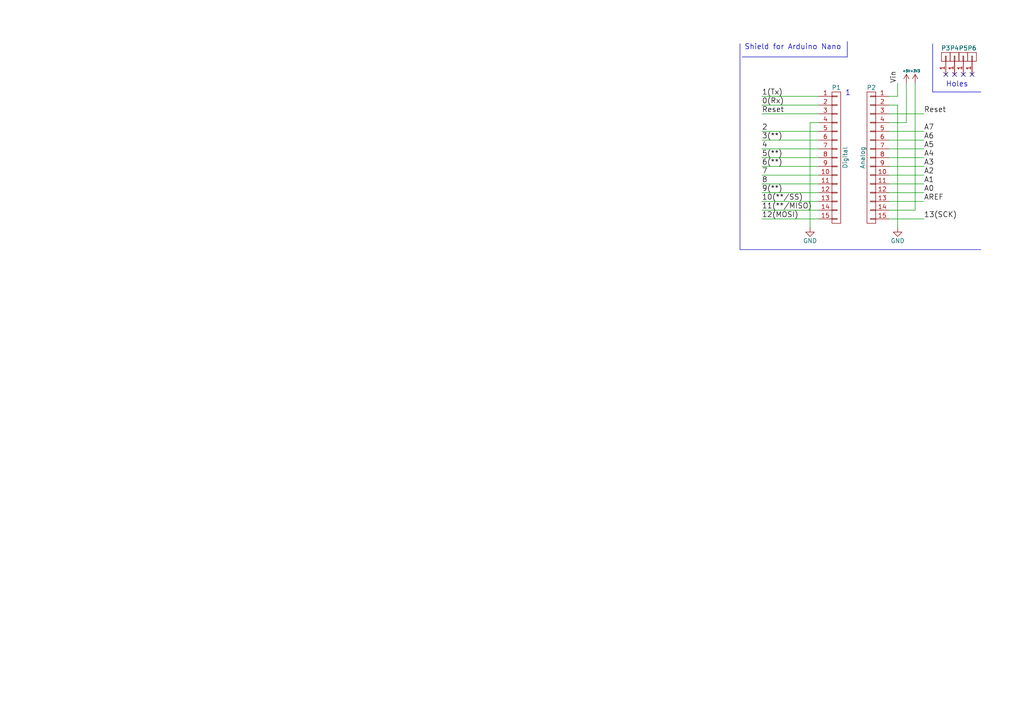
<source format=kicad_sch>
(kicad_sch (version 20230121) (generator eeschema)
  (paper "A4")
  (title_block (date "jeu. 02 avril 2015"))
  (lib_symbols
    (symbol "Arduino_Nano-rescue:+3.3V" (power) (pin_names (offset 0))
      (property "Value" "+3.3V" (at 0 3.556 0))
      (symbol "+3.3V_0_1"
        (polyline (pts (xy -0.762 1.27) (xy 0 2.54)))
        (polyline (pts (xy 0 0) (xy 0 2.54)))
        (polyline (pts (xy 0 2.54) (xy 0.762 1.27)))
      )
      (symbol "+3.3V_1_1"
        (pin power_in line (at 0 0 90) (length 0) hide (name "+3V3") (number "1"))
      )
    )
    (symbol "Arduino_Nano-rescue:+5V" (power) (pin_names (offset 0))
      (property "Value" "+5V" (at 0 3.556 0))
      (symbol "+5V_0_1"
        (polyline (pts (xy -0.762 1.27) (xy 0 2.54)))
        (polyline (pts (xy 0 0) (xy 0 2.54)))
        (polyline (pts (xy 0 2.54) (xy 0.762 1.27)))
      )
      (symbol "+5V_1_1"
        (pin power_in line (at 0 0 90) (length 0) hide (name "+5V") (number "1"))
      )
    )
    (symbol "Arduino_Nano-rescue:CONN_01X01" (pin_names (offset 1.016) hide)
      (property "Reference" "P" (at 0 2.54 0))
      (property "Value" "CONN_01X01" (at 2.54 0 90))
      (symbol "CONN_01X01_0_1"
        (rectangle (start -1.27 0.127) (end 0.254 -0.127))
        (rectangle (start -1.27 1.27) (end 1.27 -1.27))
      )
      (symbol "CONN_01X01_1_1"
        (pin passive line (at -5.08 0 0) (length 3.81) (name "P1") (number "1"))
      )
    )
    (symbol "Arduino_Nano-rescue:CONN_01X15" (pin_names (offset 1.016) hide)
      (property "Reference" "P" (at 0 20.32 0))
      (property "Value" "CONN_01X15" (at 2.54 0 90))
      (symbol "CONN_01X15_0_1"
        (rectangle (start -1.27 -17.653) (end 0.254 -17.907))
        (rectangle (start -1.27 -15.113) (end 0.254 -15.367))
        (rectangle (start -1.27 -12.573) (end 0.254 -12.827))
        (rectangle (start -1.27 -10.033) (end 0.254 -10.287))
        (rectangle (start -1.27 -7.493) (end 0.254 -7.747))
        (rectangle (start -1.27 -4.953) (end 0.254 -5.207))
        (rectangle (start -1.27 -2.413) (end 0.254 -2.667))
        (rectangle (start -1.27 0.127) (end 0.254 -0.127))
        (rectangle (start -1.27 2.667) (end 0.254 2.413))
        (rectangle (start -1.27 5.207) (end 0.254 4.953))
        (rectangle (start -1.27 7.747) (end 0.254 7.493))
        (rectangle (start -1.27 10.287) (end 0.254 10.033))
        (rectangle (start -1.27 12.827) (end 0.254 12.573))
        (rectangle (start -1.27 15.367) (end 0.254 15.113))
        (rectangle (start -1.27 17.907) (end 0.254 17.653))
        (rectangle (start -1.27 19.05) (end 1.27 -19.05))
      )
      (symbol "CONN_01X15_1_1"
        (pin passive line (at -5.08 17.78 0) (length 3.81) (name "P1") (number "1"))
        (pin passive line (at -5.08 -5.08 0) (length 3.81) (name "P10") (number "10"))
        (pin passive line (at -5.08 -7.62 0) (length 3.81) (name "P11") (number "11"))
        (pin passive line (at -5.08 -10.16 0) (length 3.81) (name "P12") (number "12"))
        (pin passive line (at -5.08 -12.7 0) (length 3.81) (name "P13") (number "13"))
        (pin passive line (at -5.08 -15.24 0) (length 3.81) (name "P14") (number "14"))
        (pin passive line (at -5.08 -17.78 0) (length 3.81) (name "P15") (number "15"))
        (pin passive line (at -5.08 15.24 0) (length 3.81) (name "P2") (number "2"))
        (pin passive line (at -5.08 12.7 0) (length 3.81) (name "P3") (number "3"))
        (pin passive line (at -5.08 10.16 0) (length 3.81) (name "P4") (number "4"))
        (pin passive line (at -5.08 7.62 0) (length 3.81) (name "P5") (number "5"))
        (pin passive line (at -5.08 5.08 0) (length 3.81) (name "P6") (number "6"))
        (pin passive line (at -5.08 2.54 0) (length 3.81) (name "P7") (number "7"))
        (pin passive line (at -5.08 0 0) (length 3.81) (name "P8") (number "8"))
        (pin passive line (at -5.08 -2.54 0) (length 3.81) (name "P9") (number "9"))
      )
    )
    (symbol "Arduino_Nano-rescue:GND" (power) (pin_names (offset 0))
      (property "Value" "GND" (at 0 -3.81 0))
      (symbol "GND_0_1"
        (polyline (pts (xy 0 0) (xy 0 -1.27) (xy 1.27 -1.27) (xy 0 -2.54) (xy -1.27 -1.27) (xy 0 -1.27)))
      )
      (symbol "GND_1_1"
        (pin power_in line (at 0 0 270) (length 0) hide (name "GND") (number "1"))
      )
    )
  )
  (no_connect (at 279.4 21.59))
  (no_connect (at 274.32 21.59))
  (no_connect (at 276.86 21.59))
  (no_connect (at 281.94 21.59))
  (wire (pts (xy 267.97 50.8) (xy 257.81 50.8)))
  (polyline (pts (xy 215.265 16.51) (xy 245.745 16.51)))
  (wire (pts (xy 237.49 27.94) (xy 220.98 27.94)))
  (polyline (pts (xy 214.63 72.39) (xy 214.63 12.7)))
  (wire (pts (xy 265.43 60.96) (xy 257.81 60.96)))
  (wire (pts (xy 237.49 60.96) (xy 220.98 60.96)))
  (wire (pts (xy 257.81 45.72) (xy 267.97 45.72)))
  (wire (pts (xy 257.81 27.94) (xy 260.35 27.94)))
  (wire (pts (xy 267.97 43.18) (xy 257.81 43.18)))
  (wire (pts (xy 220.98 63.5) (xy 237.49 63.5)))
  (wire (pts (xy 220.98 30.48) (xy 237.49 30.48)))
  (wire (pts (xy 237.49 40.64) (xy 220.98 40.64)))
  (wire (pts (xy 260.35 27.94) (xy 260.35 24.13)))
  (wire (pts (xy 220.98 38.1) (xy 237.49 38.1)))
  (wire (pts (xy 267.97 33.02) (xy 257.81 33.02)))
  (wire (pts (xy 237.49 55.88) (xy 220.98 55.88)))
  (wire (pts (xy 265.43 24.13) (xy 265.43 60.96)))
  (polyline (pts (xy 284.48 72.39) (xy 214.63 72.39)))
  (wire (pts (xy 260.35 66.04) (xy 260.35 30.48)))
  (polyline (pts (xy 284.48 26.67) (xy 270.51 26.67)))
  (wire (pts (xy 267.97 40.64) (xy 257.81 40.64)))
  (wire (pts (xy 237.49 50.8) (xy 220.98 50.8)))
  (wire (pts (xy 220.98 53.34) (xy 237.49 53.34)))
  (wire (pts (xy 267.97 55.88) (xy 257.81 55.88)))
  (wire (pts (xy 237.49 35.56) (xy 234.95 35.56)))
  (wire (pts (xy 267.97 58.42) (xy 257.81 58.42)))
  (wire (pts (xy 267.97 48.26) (xy 257.81 48.26)))
  (wire (pts (xy 257.81 63.5) (xy 267.97 63.5)))
  (wire (pts (xy 262.89 24.13) (xy 262.89 35.56)))
  (wire (pts (xy 257.81 53.34) (xy 267.97 53.34)))
  (wire (pts (xy 257.81 38.1) (xy 267.97 38.1)))
  (polyline (pts (xy 245.745 16.51) (xy 245.745 12.065)))
  (wire (pts (xy 220.98 43.18) (xy 237.49 43.18)))
  (wire (pts (xy 262.89 35.56) (xy 257.81 35.56)))
  (wire (pts (xy 260.35 30.48) (xy 257.81 30.48)))
  (wire (pts (xy 234.95 35.56) (xy 234.95 66.04)))
  (wire (pts (xy 220.98 48.26) (xy 237.49 48.26)))
  (wire (pts (xy 237.49 45.72) (xy 220.98 45.72)))
  (polyline (pts (xy 270.51 26.67) (xy 270.51 12.7)))
  (wire (pts (xy 220.98 58.42) (xy 237.49 58.42)))
  (wire (pts (xy 237.49 33.02) (xy 220.98 33.02)))
  (text "1" (at 245.11 27.94 0) (effects (font (size 1.524 1.524)) (justify left bottom)))
  (text "Holes" (at 274.32 25.4 0) (effects (font (size 1.524 1.524)) (justify left bottom)))
  (text "Shield for Arduino Nano" (at 215.9 14.605 0) (effects (font (size 1.524 1.524)) (justify left bottom)))
  (label "A7" (at 267.97 38.1 0) (effects (font (size 1.524 1.524))))
  (label "A0" (at 267.97 55.88 0) (effects (font (size 1.524 1.524))))
  (label "0(Rx)" (at 220.98 30.48 0) (effects (font (size 1.524 1.524))))
  (label "11(**/MISO)" (at 220.98 60.96 0) (effects (font (size 1.524 1.524))))
  (label "6(**)" (at 220.98 48.26 0) (effects (font (size 1.524 1.524))))
  (label "13(SCK)" (at 267.97 63.5 0) (effects (font (size 1.524 1.524))))
  (label "Reset" (at 267.97 33.02 0) (effects (font (size 1.524 1.524))))
  (label "9(**)" (at 220.98 55.88 0) (effects (font (size 1.524 1.524))))
  (label "1(Tx)" (at 220.98 27.94 0) (effects (font (size 1.524 1.524))))
  (label "7" (at 220.98 50.8 0) (effects (font (size 1.524 1.524))))
  (label "A2" (at 267.97 50.8 0) (effects (font (size 1.524 1.524))))
  (label "A3" (at 267.97 48.26 0) (effects (font (size 1.524 1.524))))
  (label "2" (at 220.98 38.1 0) (effects (font (size 1.524 1.524))))
  (label "A4" (at 267.97 45.72 0) (effects (font (size 1.524 1.524))))
  (label "3(**)" (at 220.98 40.64 0) (effects (font (size 1.524 1.524))))
  (label "A5" (at 267.97 43.18 0) (effects (font (size 1.524 1.524))))
  (label "4" (at 220.98 43.18 0) (effects (font (size 1.524 1.524))))
  (label "A1" (at 267.97 53.34 0) (effects (font (size 1.524 1.524))))
  (label "A6" (at 267.97 40.64 0) (effects (font (size 1.524 1.524))))
  (label "Reset" (at 220.98 33.02 0) (effects (font (size 1.524 1.524))))
  (label "12(MOSI)" (at 220.98 63.5 0) (effects (font (size 1.524 1.524))))
  (label "AREF" (at 267.97 58.42 0) (effects (font (size 1.524 1.524))))
  (label "8" (at 220.98 53.34 0) (effects (font (size 1.524 1.524))))
  (label "10(**/SS)" (at 220.98 58.42 0) (effects (font (size 1.524 1.524))))
  (label "5(**)" (at 220.98 45.72 0) (effects (font (size 1.524 1.524))))
  (label "Vin" (at 260.35 24.13 90) (effects (font (size 1.524 1.524))))
  (symbol (lib_id "Arduino_Nano-rescue:CONN_01X01") (at 274.32 16.51 90) (unit 1)
    (property "Reference" "P3" (at 274.32 13.97 90))
    (property "Value" "CONN_01X01" (effects hide))
    (property "Footprint" "Socket_Arduino_Nano:1pin_Nano" (effects hide))
  )
  (symbol (lib_id "Arduino_Nano-rescue:CONN_01X01") (at 276.86 16.51 90) (unit 1)
    (property "Reference" "P4" (at 276.86 13.97 90))
    (property "Value" "CONN_01X01" (effects hide))
    (property "Footprint" "Socket_Arduino_Nano:1pin_Nano" (effects hide))
  )
  (symbol (lib_id "Arduino_Nano-rescue:CONN_01X01") (at 279.4 16.51 90) (unit 1)
    (property "Reference" "P5" (at 279.4 13.97 90))
    (property "Value" "CONN_01X01" (effects hide))
    (property "Footprint" "Socket_Arduino_Nano:1pin_Nano" (effects hide))
  )
  (symbol (lib_id "Arduino_Nano-rescue:CONN_01X01") (at 281.94 16.51 90) (unit 1)
    (property "Reference" "P6" (at 281.94 13.97 90))
    (property "Value" "CONN_01X01" (effects hide))
    (property "Footprint" "Socket_Arduino_Nano:1pin_Nano" (effects hide))
  )
  (symbol (lib_id "Arduino_Nano-rescue:CONN_01X15") (at 242.57 45.72 0) (unit 1)
    (property "Reference" "P1" (at 242.57 25.4 0))
    (property "Value" "Digital" (at 245.11 45.72 90))
    (property "Footprint" "Socket_Arduino_Nano:Socket_Strip_Arduino_1x15" (effects hide))
  )
  (symbol (lib_id "Arduino_Nano-rescue:CONN_01X15") (at 252.73 45.72 0) (mirror y) (unit 1)
    (property "Reference" "P2" (at 252.73 25.4 0))
    (property "Value" "Analog" (at 250.19 45.72 90))
    (property "Footprint" "Socket_Arduino_Nano:Socket_Strip_Arduino_1x15" (effects hide))
  )
  (symbol (lib_id "Arduino_Nano-rescue:GND") (at 234.95 66.04 0) (unit 1)
    (property "Reference" "#PWR01" (effects hide))
    (property "Value" "GND" (at 234.95 69.85 0))
  )
  (symbol (lib_id "Arduino_Nano-rescue:GND") (at 260.35 66.04 0) (unit 1)
    (property "Reference" "#PWR02" (effects hide))
    (property "Value" "GND" (at 260.35 69.85 0))
  )
  (symbol (lib_id "Arduino_Nano-rescue:+5V") (at 262.89 24.13 0) (unit 1)
    (property "Reference" "#PWR03" (effects hide))
    (property "Value" "+5V" (at 262.89 20.574 0) (effects (font (size 0.7112 0.7112))))
  )
  (symbol (lib_id "Arduino_Nano-rescue:+3.3V") (at 265.43 24.13 0) (unit 1)
    (property "Reference" "#PWR04" (effects hide))
    (property "Value" "+3.3V" (at 265.43 20.574 0) (effects (font (size 0.7112 0.7112))))
  )
)
</source>
